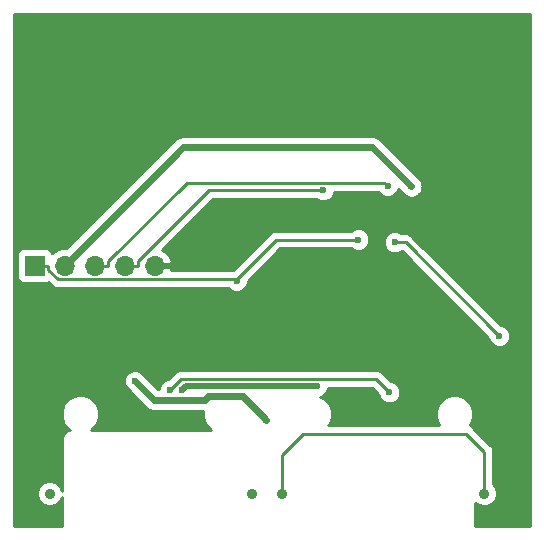
<source format=gbl>
%TF.GenerationSoftware,KiCad,Pcbnew,(5.0.1)-3*%
%TF.CreationDate,2018-12-23T10:43:27+11:00*%
%TF.ProjectId,16_Channel_SSR_Driver,31365F4368616E6E656C5F5353525F44,1.2*%
%TF.SameCoordinates,PX7c25018PY69db1f0*%
%TF.FileFunction,Copper,L2,Bot,Signal*%
%TF.FilePolarity,Positive*%
%FSLAX46Y46*%
G04 Gerber Fmt 4.6, Leading zero omitted, Abs format (unit mm)*
G04 Created by KiCad (PCBNEW (5.0.1)-3) date 23/12/2018 10:43:27 AM*
%MOMM*%
%LPD*%
G01*
G04 APERTURE LIST*
%ADD10C,0.900000*%
%ADD11R,1.700000X1.700000*%
%ADD12O,1.700000X1.700000*%
%ADD13C,0.600000*%
%ADD14C,0.600000*%
%ADD15C,0.250000*%
%ADD16C,0.500000*%
%ADD17C,0.254000*%
G04 APERTURE END LIST*
D10*
X23370000Y-41282000D03*
X40470000Y-41282000D03*
X3685000Y-41282000D03*
X20785000Y-41282000D03*
D11*
X2413000Y-21971000D03*
D12*
X4953000Y-21971000D03*
X7493000Y-21971000D03*
X10033000Y-21971000D03*
X12573000Y-21971000D03*
D13*
X10909800Y-31749800D03*
X22004700Y-35036800D03*
X26162000Y-27305000D03*
X17145000Y-25527000D03*
X39624000Y-20701000D03*
X34163000Y-19050000D03*
X33147000Y-28575000D03*
X33274000Y-26670000D03*
X33528000Y-24511000D03*
X34036000Y-22860000D03*
X33070676Y-29983990D03*
X25527000Y-17272000D03*
X28321000Y-18542000D03*
X34316000Y-15278000D03*
X20232009Y-11955000D03*
X26289000Y-32204900D03*
X14859000Y-32537200D03*
X32449600Y-32703800D03*
X13843000Y-32512000D03*
X29821000Y-19769600D03*
X19514500Y-23259900D03*
X32295000Y-15231000D03*
X26845000Y-15599000D03*
X32891000Y-19999000D03*
X41765000Y-27946000D03*
D14*
X10909800Y-31749800D02*
X12497200Y-33337200D01*
X12497200Y-33337200D02*
X16828500Y-33337200D01*
X16828500Y-33337200D02*
X17113600Y-33052100D01*
X17113600Y-33052100D02*
X20020000Y-33052100D01*
X20020000Y-33052100D02*
X22004700Y-35036800D01*
D15*
X26162000Y-27305000D02*
X25527000Y-26670000D01*
X25527000Y-26670000D02*
X18288000Y-26670000D01*
X18288000Y-26670000D02*
X17145000Y-25527000D01*
X39624000Y-20701000D02*
X35814000Y-20701000D01*
X35814000Y-20701000D02*
X34163000Y-19050000D01*
X33274000Y-26670000D02*
X33274000Y-24765000D01*
X33274000Y-24765000D02*
X33528000Y-24511000D01*
X33147000Y-29907666D02*
X33070676Y-29983990D01*
X33147000Y-28575000D02*
X33147000Y-29907666D01*
X25826999Y-17571999D02*
X27350999Y-17571999D01*
X25527000Y-17272000D02*
X25826999Y-17571999D01*
X27350999Y-17571999D02*
X28321000Y-18542000D01*
D14*
X34316000Y-15278000D02*
X30993000Y-11955000D01*
X30993000Y-11955000D02*
X20656273Y-11955000D01*
X19807745Y-11955000D02*
X20232009Y-11955000D01*
X14969000Y-11955000D02*
X19807745Y-11955000D01*
X4953000Y-21971000D02*
X14969000Y-11955000D01*
X20656273Y-11955000D02*
X20232009Y-11955000D01*
D16*
X26289000Y-32204900D02*
X15191300Y-32204900D01*
X15191300Y-32204900D02*
X14859000Y-32537200D01*
D15*
X32449600Y-32703800D02*
X31325100Y-31579300D01*
X31325100Y-31579300D02*
X15875400Y-31579300D01*
X15875400Y-31579300D02*
X14775700Y-31579300D01*
X14775700Y-31579300D02*
X13843000Y-32512000D01*
X19514500Y-23146300D02*
X4396200Y-23146300D01*
X4396200Y-23146300D02*
X3588300Y-22338400D01*
X3588300Y-22338400D02*
X3588300Y-21971000D01*
X19514500Y-23259900D02*
X19514500Y-23146300D01*
X29821000Y-19769600D02*
X22891200Y-19769600D01*
X22891200Y-19769600D02*
X19514500Y-23146300D01*
X2413000Y-21971000D02*
X3588300Y-21971000D01*
X32295000Y-15231000D02*
X32037000Y-14974000D01*
X32037000Y-14974000D02*
X15298000Y-14974000D01*
X15298000Y-14974000D02*
X8668000Y-21604000D01*
X8668000Y-21604000D02*
X8668000Y-21971000D01*
X8668000Y-21971000D02*
X7493000Y-21971000D01*
X10033000Y-21971000D02*
X11208000Y-21971000D01*
X11208000Y-21971000D02*
X11208000Y-21604000D01*
X11208000Y-21604000D02*
X17213000Y-15599000D01*
X17213000Y-15599000D02*
X26845000Y-15599000D01*
X41765000Y-27946000D02*
X33819000Y-19999000D01*
X33819000Y-19999000D02*
X32891000Y-19999000D01*
X23370000Y-41282000D02*
X23370000Y-37995400D01*
X23370000Y-37995400D02*
X25141800Y-36223600D01*
X25141800Y-36223600D02*
X38965200Y-36223600D01*
X38965200Y-36223600D02*
X40470000Y-37728400D01*
X40470000Y-37728400D02*
X40470000Y-41282000D01*
D17*
G36*
X44375001Y-43994000D02*
X39699000Y-43994000D01*
X39699000Y-42045421D01*
X39855397Y-42201818D01*
X40254180Y-42367000D01*
X40685820Y-42367000D01*
X41084603Y-42201818D01*
X41389818Y-41896603D01*
X41555000Y-41497820D01*
X41555000Y-41066180D01*
X41389818Y-40667397D01*
X41230000Y-40507579D01*
X41230000Y-37803248D01*
X41244888Y-37728400D01*
X41230000Y-37653552D01*
X41230000Y-37653548D01*
X41185904Y-37431863D01*
X41017929Y-37180471D01*
X40954473Y-37138071D01*
X39555531Y-35739130D01*
X39513129Y-35675671D01*
X39261737Y-35507696D01*
X39240130Y-35503398D01*
X39303698Y-35439830D01*
X39545000Y-34857276D01*
X39545000Y-34226724D01*
X39303698Y-33644170D01*
X38857830Y-33198302D01*
X38275276Y-32957000D01*
X37644724Y-32957000D01*
X37062170Y-33198302D01*
X36616302Y-33644170D01*
X36375000Y-34226724D01*
X36375000Y-34857276D01*
X36616302Y-35439830D01*
X36640072Y-35463600D01*
X27289928Y-35463600D01*
X27313698Y-35439830D01*
X27555000Y-34857276D01*
X27555000Y-34226724D01*
X27313698Y-33644170D01*
X26867830Y-33198302D01*
X26600909Y-33087740D01*
X26818635Y-32997555D01*
X27081655Y-32734535D01*
X27224000Y-32390883D01*
X27224000Y-32339300D01*
X31010299Y-32339300D01*
X31514600Y-32843602D01*
X31514600Y-32889783D01*
X31656945Y-33233435D01*
X31919965Y-33496455D01*
X32263617Y-33638800D01*
X32635583Y-33638800D01*
X32979235Y-33496455D01*
X33242255Y-33233435D01*
X33384600Y-32889783D01*
X33384600Y-32517817D01*
X33242255Y-32174165D01*
X32979235Y-31911145D01*
X32635583Y-31768800D01*
X32589402Y-31768800D01*
X31915431Y-31094830D01*
X31873029Y-31031371D01*
X31621637Y-30863396D01*
X31399952Y-30819300D01*
X31399947Y-30819300D01*
X31325100Y-30804412D01*
X31250253Y-30819300D01*
X14850547Y-30819300D01*
X14775700Y-30804412D01*
X14700853Y-30819300D01*
X14700848Y-30819300D01*
X14479163Y-30863396D01*
X14227771Y-31031371D01*
X14185371Y-31094827D01*
X13703199Y-31577000D01*
X13657017Y-31577000D01*
X13313365Y-31719345D01*
X13050345Y-31982365D01*
X12908000Y-32326017D01*
X12908000Y-32402200D01*
X12884489Y-32402200D01*
X11702456Y-31220167D01*
X11702455Y-31220165D01*
X11439435Y-30957145D01*
X11352682Y-30921211D01*
X11274618Y-30869050D01*
X11182534Y-30850733D01*
X11095783Y-30814800D01*
X11001886Y-30814800D01*
X10909800Y-30796483D01*
X10817714Y-30814800D01*
X10723817Y-30814800D01*
X10637066Y-30850733D01*
X10544982Y-30869050D01*
X10466919Y-30921211D01*
X10380165Y-30957145D01*
X10313765Y-31023545D01*
X10235704Y-31075704D01*
X10183545Y-31153765D01*
X10117145Y-31220165D01*
X10081211Y-31306919D01*
X10029050Y-31384982D01*
X10010733Y-31477066D01*
X9974800Y-31563817D01*
X9974800Y-31657714D01*
X9956483Y-31749800D01*
X9974800Y-31841886D01*
X9974800Y-31935783D01*
X10010733Y-32022534D01*
X10029050Y-32114618D01*
X10081211Y-32192682D01*
X10117145Y-32279435D01*
X10380165Y-32542455D01*
X10380167Y-32542456D01*
X11770939Y-33933228D01*
X11823103Y-34011297D01*
X12132381Y-34217950D01*
X12497200Y-34290517D01*
X12589286Y-34272200D01*
X16690000Y-34272200D01*
X16690000Y-34857276D01*
X16931302Y-35439830D01*
X17357472Y-35866000D01*
X7202528Y-35866000D01*
X7628698Y-35439830D01*
X7870000Y-34857276D01*
X7870000Y-34226724D01*
X7628698Y-33644170D01*
X7182830Y-33198302D01*
X6600276Y-32957000D01*
X5969724Y-32957000D01*
X5387170Y-33198302D01*
X4941302Y-33644170D01*
X4700000Y-34226724D01*
X4700000Y-34857276D01*
X4941302Y-35439830D01*
X5371388Y-35869916D01*
X5183972Y-35907195D01*
X4949119Y-36064119D01*
X4792195Y-36298972D01*
X4737091Y-36576000D01*
X4751001Y-36645931D01*
X4751000Y-41020311D01*
X4604818Y-40667397D01*
X4299603Y-40362182D01*
X3900820Y-40197000D01*
X3469180Y-40197000D01*
X3070397Y-40362182D01*
X2765182Y-40667397D01*
X2600000Y-41066180D01*
X2600000Y-41497820D01*
X2765182Y-41896603D01*
X3070397Y-42201818D01*
X3469180Y-42367000D01*
X3900820Y-42367000D01*
X4299603Y-42201818D01*
X4604818Y-41896603D01*
X4751000Y-41543689D01*
X4751000Y-43994000D01*
X710000Y-43994000D01*
X710000Y-21121000D01*
X915560Y-21121000D01*
X915560Y-22821000D01*
X964843Y-23068765D01*
X1105191Y-23278809D01*
X1315235Y-23419157D01*
X1563000Y-23468440D01*
X3263000Y-23468440D01*
X3510765Y-23419157D01*
X3560814Y-23385715D01*
X3805871Y-23630773D01*
X3848271Y-23694229D01*
X4099663Y-23862204D01*
X4321348Y-23906300D01*
X4321352Y-23906300D01*
X4396199Y-23921188D01*
X4471046Y-23906300D01*
X18838610Y-23906300D01*
X18984865Y-24052555D01*
X19328517Y-24194900D01*
X19700483Y-24194900D01*
X20044135Y-24052555D01*
X20307155Y-23789535D01*
X20449500Y-23445883D01*
X20449500Y-23286101D01*
X23206002Y-20529600D01*
X29258710Y-20529600D01*
X29291365Y-20562255D01*
X29635017Y-20704600D01*
X30006983Y-20704600D01*
X30350635Y-20562255D01*
X30613655Y-20299235D01*
X30756000Y-19955583D01*
X30756000Y-19813017D01*
X31956000Y-19813017D01*
X31956000Y-20184983D01*
X32098345Y-20528635D01*
X32361365Y-20791655D01*
X32705017Y-20934000D01*
X33076983Y-20934000D01*
X33420635Y-20791655D01*
X33453290Y-20759000D01*
X33504171Y-20759000D01*
X40830000Y-28085752D01*
X40830000Y-28131983D01*
X40972345Y-28475635D01*
X41235365Y-28738655D01*
X41579017Y-28881000D01*
X41950983Y-28881000D01*
X42294635Y-28738655D01*
X42557655Y-28475635D01*
X42700000Y-28131983D01*
X42700000Y-27760017D01*
X42557655Y-27416365D01*
X42294635Y-27153345D01*
X41950983Y-27011000D01*
X41904852Y-27011000D01*
X34409344Y-19514549D01*
X34366929Y-19451071D01*
X34237814Y-19364799D01*
X34115582Y-19283115D01*
X34115558Y-19283110D01*
X34115537Y-19283096D01*
X33955120Y-19251187D01*
X33819048Y-19224112D01*
X33744176Y-19239000D01*
X33453290Y-19239000D01*
X33420635Y-19206345D01*
X33076983Y-19064000D01*
X32705017Y-19064000D01*
X32361365Y-19206345D01*
X32098345Y-19469365D01*
X31956000Y-19813017D01*
X30756000Y-19813017D01*
X30756000Y-19583617D01*
X30613655Y-19239965D01*
X30350635Y-18976945D01*
X30006983Y-18834600D01*
X29635017Y-18834600D01*
X29291365Y-18976945D01*
X29258710Y-19009600D01*
X22966047Y-19009600D01*
X22891200Y-18994712D01*
X22816353Y-19009600D01*
X22816348Y-19009600D01*
X22594663Y-19053696D01*
X22343271Y-19221671D01*
X22300871Y-19285127D01*
X19213427Y-22372572D01*
X19180284Y-22386300D01*
X13987056Y-22386300D01*
X14014486Y-22327892D01*
X13893819Y-22098000D01*
X12700000Y-22098000D01*
X12700000Y-22118000D01*
X12446000Y-22118000D01*
X12446000Y-22098000D01*
X12426000Y-22098000D01*
X12426000Y-21844000D01*
X12446000Y-21844000D01*
X12446000Y-21824000D01*
X12700000Y-21824000D01*
X12700000Y-21844000D01*
X13893819Y-21844000D01*
X14014486Y-21614108D01*
X13768183Y-21089642D01*
X13339924Y-20699355D01*
X13232104Y-20654697D01*
X17527803Y-16359000D01*
X26282710Y-16359000D01*
X26315365Y-16391655D01*
X26659017Y-16534000D01*
X27030983Y-16534000D01*
X27374635Y-16391655D01*
X27637655Y-16128635D01*
X27780000Y-15784983D01*
X27780000Y-15734000D01*
X31491312Y-15734000D01*
X31502345Y-15760635D01*
X31765365Y-16023655D01*
X32109017Y-16166000D01*
X32480983Y-16166000D01*
X32824635Y-16023655D01*
X33087655Y-15760635D01*
X33201500Y-15485789D01*
X33523344Y-15807633D01*
X33523345Y-15807635D01*
X33786365Y-16070655D01*
X33873116Y-16106588D01*
X33951181Y-16158750D01*
X34043267Y-16177067D01*
X34130017Y-16213000D01*
X34223914Y-16213000D01*
X34316000Y-16231317D01*
X34408086Y-16213000D01*
X34501983Y-16213000D01*
X34588734Y-16177067D01*
X34680818Y-16158750D01*
X34758883Y-16106589D01*
X34845635Y-16070655D01*
X34912031Y-16004259D01*
X34990097Y-15952097D01*
X35042259Y-15874031D01*
X35108655Y-15807635D01*
X35144589Y-15720883D01*
X35196750Y-15642818D01*
X35215067Y-15550734D01*
X35251000Y-15463983D01*
X35251000Y-15370086D01*
X35269317Y-15278000D01*
X35251000Y-15185914D01*
X35251000Y-15092017D01*
X35215067Y-15005267D01*
X35196750Y-14913181D01*
X35144588Y-14835116D01*
X35108655Y-14748365D01*
X34845635Y-14485345D01*
X34845633Y-14485344D01*
X31719261Y-11358972D01*
X31667097Y-11280903D01*
X31357819Y-11074250D01*
X31085086Y-11020000D01*
X30993000Y-11001683D01*
X30900914Y-11020000D01*
X15061085Y-11020000D01*
X14968999Y-11001683D01*
X14604181Y-11074250D01*
X14294903Y-11280903D01*
X14242741Y-11358969D01*
X5112981Y-20488730D01*
X5099256Y-20486000D01*
X4806744Y-20486000D01*
X4373582Y-20572161D01*
X3882375Y-20900375D01*
X3870184Y-20918619D01*
X3861157Y-20873235D01*
X3720809Y-20663191D01*
X3510765Y-20522843D01*
X3263000Y-20473560D01*
X1563000Y-20473560D01*
X1315235Y-20522843D01*
X1105191Y-20663191D01*
X964843Y-20873235D01*
X915560Y-21121000D01*
X710000Y-21121000D01*
X710000Y-710000D01*
X44375000Y-710000D01*
X44375001Y-43994000D01*
X44375001Y-43994000D01*
G37*
X44375001Y-43994000D02*
X39699000Y-43994000D01*
X39699000Y-42045421D01*
X39855397Y-42201818D01*
X40254180Y-42367000D01*
X40685820Y-42367000D01*
X41084603Y-42201818D01*
X41389818Y-41896603D01*
X41555000Y-41497820D01*
X41555000Y-41066180D01*
X41389818Y-40667397D01*
X41230000Y-40507579D01*
X41230000Y-37803248D01*
X41244888Y-37728400D01*
X41230000Y-37653552D01*
X41230000Y-37653548D01*
X41185904Y-37431863D01*
X41017929Y-37180471D01*
X40954473Y-37138071D01*
X39555531Y-35739130D01*
X39513129Y-35675671D01*
X39261737Y-35507696D01*
X39240130Y-35503398D01*
X39303698Y-35439830D01*
X39545000Y-34857276D01*
X39545000Y-34226724D01*
X39303698Y-33644170D01*
X38857830Y-33198302D01*
X38275276Y-32957000D01*
X37644724Y-32957000D01*
X37062170Y-33198302D01*
X36616302Y-33644170D01*
X36375000Y-34226724D01*
X36375000Y-34857276D01*
X36616302Y-35439830D01*
X36640072Y-35463600D01*
X27289928Y-35463600D01*
X27313698Y-35439830D01*
X27555000Y-34857276D01*
X27555000Y-34226724D01*
X27313698Y-33644170D01*
X26867830Y-33198302D01*
X26600909Y-33087740D01*
X26818635Y-32997555D01*
X27081655Y-32734535D01*
X27224000Y-32390883D01*
X27224000Y-32339300D01*
X31010299Y-32339300D01*
X31514600Y-32843602D01*
X31514600Y-32889783D01*
X31656945Y-33233435D01*
X31919965Y-33496455D01*
X32263617Y-33638800D01*
X32635583Y-33638800D01*
X32979235Y-33496455D01*
X33242255Y-33233435D01*
X33384600Y-32889783D01*
X33384600Y-32517817D01*
X33242255Y-32174165D01*
X32979235Y-31911145D01*
X32635583Y-31768800D01*
X32589402Y-31768800D01*
X31915431Y-31094830D01*
X31873029Y-31031371D01*
X31621637Y-30863396D01*
X31399952Y-30819300D01*
X31399947Y-30819300D01*
X31325100Y-30804412D01*
X31250253Y-30819300D01*
X14850547Y-30819300D01*
X14775700Y-30804412D01*
X14700853Y-30819300D01*
X14700848Y-30819300D01*
X14479163Y-30863396D01*
X14227771Y-31031371D01*
X14185371Y-31094827D01*
X13703199Y-31577000D01*
X13657017Y-31577000D01*
X13313365Y-31719345D01*
X13050345Y-31982365D01*
X12908000Y-32326017D01*
X12908000Y-32402200D01*
X12884489Y-32402200D01*
X11702456Y-31220167D01*
X11702455Y-31220165D01*
X11439435Y-30957145D01*
X11352682Y-30921211D01*
X11274618Y-30869050D01*
X11182534Y-30850733D01*
X11095783Y-30814800D01*
X11001886Y-30814800D01*
X10909800Y-30796483D01*
X10817714Y-30814800D01*
X10723817Y-30814800D01*
X10637066Y-30850733D01*
X10544982Y-30869050D01*
X10466919Y-30921211D01*
X10380165Y-30957145D01*
X10313765Y-31023545D01*
X10235704Y-31075704D01*
X10183545Y-31153765D01*
X10117145Y-31220165D01*
X10081211Y-31306919D01*
X10029050Y-31384982D01*
X10010733Y-31477066D01*
X9974800Y-31563817D01*
X9974800Y-31657714D01*
X9956483Y-31749800D01*
X9974800Y-31841886D01*
X9974800Y-31935783D01*
X10010733Y-32022534D01*
X10029050Y-32114618D01*
X10081211Y-32192682D01*
X10117145Y-32279435D01*
X10380165Y-32542455D01*
X10380167Y-32542456D01*
X11770939Y-33933228D01*
X11823103Y-34011297D01*
X12132381Y-34217950D01*
X12497200Y-34290517D01*
X12589286Y-34272200D01*
X16690000Y-34272200D01*
X16690000Y-34857276D01*
X16931302Y-35439830D01*
X17357472Y-35866000D01*
X7202528Y-35866000D01*
X7628698Y-35439830D01*
X7870000Y-34857276D01*
X7870000Y-34226724D01*
X7628698Y-33644170D01*
X7182830Y-33198302D01*
X6600276Y-32957000D01*
X5969724Y-32957000D01*
X5387170Y-33198302D01*
X4941302Y-33644170D01*
X4700000Y-34226724D01*
X4700000Y-34857276D01*
X4941302Y-35439830D01*
X5371388Y-35869916D01*
X5183972Y-35907195D01*
X4949119Y-36064119D01*
X4792195Y-36298972D01*
X4737091Y-36576000D01*
X4751001Y-36645931D01*
X4751000Y-41020311D01*
X4604818Y-40667397D01*
X4299603Y-40362182D01*
X3900820Y-40197000D01*
X3469180Y-40197000D01*
X3070397Y-40362182D01*
X2765182Y-40667397D01*
X2600000Y-41066180D01*
X2600000Y-41497820D01*
X2765182Y-41896603D01*
X3070397Y-42201818D01*
X3469180Y-42367000D01*
X3900820Y-42367000D01*
X4299603Y-42201818D01*
X4604818Y-41896603D01*
X4751000Y-41543689D01*
X4751000Y-43994000D01*
X710000Y-43994000D01*
X710000Y-21121000D01*
X915560Y-21121000D01*
X915560Y-22821000D01*
X964843Y-23068765D01*
X1105191Y-23278809D01*
X1315235Y-23419157D01*
X1563000Y-23468440D01*
X3263000Y-23468440D01*
X3510765Y-23419157D01*
X3560814Y-23385715D01*
X3805871Y-23630773D01*
X3848271Y-23694229D01*
X4099663Y-23862204D01*
X4321348Y-23906300D01*
X4321352Y-23906300D01*
X4396199Y-23921188D01*
X4471046Y-23906300D01*
X18838610Y-23906300D01*
X18984865Y-24052555D01*
X19328517Y-24194900D01*
X19700483Y-24194900D01*
X20044135Y-24052555D01*
X20307155Y-23789535D01*
X20449500Y-23445883D01*
X20449500Y-23286101D01*
X23206002Y-20529600D01*
X29258710Y-20529600D01*
X29291365Y-20562255D01*
X29635017Y-20704600D01*
X30006983Y-20704600D01*
X30350635Y-20562255D01*
X30613655Y-20299235D01*
X30756000Y-19955583D01*
X30756000Y-19813017D01*
X31956000Y-19813017D01*
X31956000Y-20184983D01*
X32098345Y-20528635D01*
X32361365Y-20791655D01*
X32705017Y-20934000D01*
X33076983Y-20934000D01*
X33420635Y-20791655D01*
X33453290Y-20759000D01*
X33504171Y-20759000D01*
X40830000Y-28085752D01*
X40830000Y-28131983D01*
X40972345Y-28475635D01*
X41235365Y-28738655D01*
X41579017Y-28881000D01*
X41950983Y-28881000D01*
X42294635Y-28738655D01*
X42557655Y-28475635D01*
X42700000Y-28131983D01*
X42700000Y-27760017D01*
X42557655Y-27416365D01*
X42294635Y-27153345D01*
X41950983Y-27011000D01*
X41904852Y-27011000D01*
X34409344Y-19514549D01*
X34366929Y-19451071D01*
X34237814Y-19364799D01*
X34115582Y-19283115D01*
X34115558Y-19283110D01*
X34115537Y-19283096D01*
X33955120Y-19251187D01*
X33819048Y-19224112D01*
X33744176Y-19239000D01*
X33453290Y-19239000D01*
X33420635Y-19206345D01*
X33076983Y-19064000D01*
X32705017Y-19064000D01*
X32361365Y-19206345D01*
X32098345Y-19469365D01*
X31956000Y-19813017D01*
X30756000Y-19813017D01*
X30756000Y-19583617D01*
X30613655Y-19239965D01*
X30350635Y-18976945D01*
X30006983Y-18834600D01*
X29635017Y-18834600D01*
X29291365Y-18976945D01*
X29258710Y-19009600D01*
X22966047Y-19009600D01*
X22891200Y-18994712D01*
X22816353Y-19009600D01*
X22816348Y-19009600D01*
X22594663Y-19053696D01*
X22343271Y-19221671D01*
X22300871Y-19285127D01*
X19213427Y-22372572D01*
X19180284Y-22386300D01*
X13987056Y-22386300D01*
X14014486Y-22327892D01*
X13893819Y-22098000D01*
X12700000Y-22098000D01*
X12700000Y-22118000D01*
X12446000Y-22118000D01*
X12446000Y-22098000D01*
X12426000Y-22098000D01*
X12426000Y-21844000D01*
X12446000Y-21844000D01*
X12446000Y-21824000D01*
X12700000Y-21824000D01*
X12700000Y-21844000D01*
X13893819Y-21844000D01*
X14014486Y-21614108D01*
X13768183Y-21089642D01*
X13339924Y-20699355D01*
X13232104Y-20654697D01*
X17527803Y-16359000D01*
X26282710Y-16359000D01*
X26315365Y-16391655D01*
X26659017Y-16534000D01*
X27030983Y-16534000D01*
X27374635Y-16391655D01*
X27637655Y-16128635D01*
X27780000Y-15784983D01*
X27780000Y-15734000D01*
X31491312Y-15734000D01*
X31502345Y-15760635D01*
X31765365Y-16023655D01*
X32109017Y-16166000D01*
X32480983Y-16166000D01*
X32824635Y-16023655D01*
X33087655Y-15760635D01*
X33201500Y-15485789D01*
X33523344Y-15807633D01*
X33523345Y-15807635D01*
X33786365Y-16070655D01*
X33873116Y-16106588D01*
X33951181Y-16158750D01*
X34043267Y-16177067D01*
X34130017Y-16213000D01*
X34223914Y-16213000D01*
X34316000Y-16231317D01*
X34408086Y-16213000D01*
X34501983Y-16213000D01*
X34588734Y-16177067D01*
X34680818Y-16158750D01*
X34758883Y-16106589D01*
X34845635Y-16070655D01*
X34912031Y-16004259D01*
X34990097Y-15952097D01*
X35042259Y-15874031D01*
X35108655Y-15807635D01*
X35144589Y-15720883D01*
X35196750Y-15642818D01*
X35215067Y-15550734D01*
X35251000Y-15463983D01*
X35251000Y-15370086D01*
X35269317Y-15278000D01*
X35251000Y-15185914D01*
X35251000Y-15092017D01*
X35215067Y-15005267D01*
X35196750Y-14913181D01*
X35144588Y-14835116D01*
X35108655Y-14748365D01*
X34845635Y-14485345D01*
X34845633Y-14485344D01*
X31719261Y-11358972D01*
X31667097Y-11280903D01*
X31357819Y-11074250D01*
X31085086Y-11020000D01*
X30993000Y-11001683D01*
X30900914Y-11020000D01*
X15061085Y-11020000D01*
X14968999Y-11001683D01*
X14604181Y-11074250D01*
X14294903Y-11280903D01*
X14242741Y-11358969D01*
X5112981Y-20488730D01*
X5099256Y-20486000D01*
X4806744Y-20486000D01*
X4373582Y-20572161D01*
X3882375Y-20900375D01*
X3870184Y-20918619D01*
X3861157Y-20873235D01*
X3720809Y-20663191D01*
X3510765Y-20522843D01*
X3263000Y-20473560D01*
X1563000Y-20473560D01*
X1315235Y-20522843D01*
X1105191Y-20663191D01*
X964843Y-20873235D01*
X915560Y-21121000D01*
X710000Y-21121000D01*
X710000Y-710000D01*
X44375000Y-710000D01*
X44375001Y-43994000D01*
M02*

</source>
